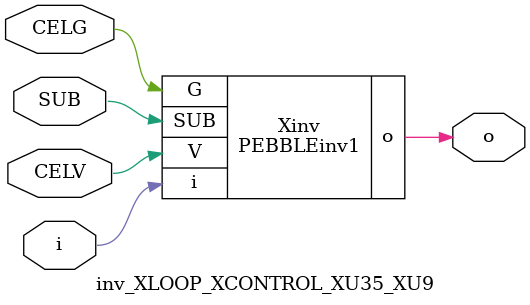
<source format=v>



module PEBBLEinv1 ( o, G, SUB, V, i );

  input V;
  input i;
  input G;
  output o;
  input SUB;
endmodule

//Celera Confidential Do Not Copy inv_XLOOP_XCONTROL_XU35_XU9
//Celera Confidential Symbol Generator
//5V Inverter
module inv_XLOOP_XCONTROL_XU35_XU9 (CELV,CELG,i,o,SUB);
input CELV;
input CELG;
input i;
input SUB;
output o;

//Celera Confidential Do Not Copy inv
PEBBLEinv1 Xinv(
.V (CELV),
.i (i),
.o (o),
.SUB (SUB),
.G (CELG)
);
//,diesize,PEBBLEinv1

//Celera Confidential Do Not Copy Module End
//Celera Schematic Generator
endmodule

</source>
